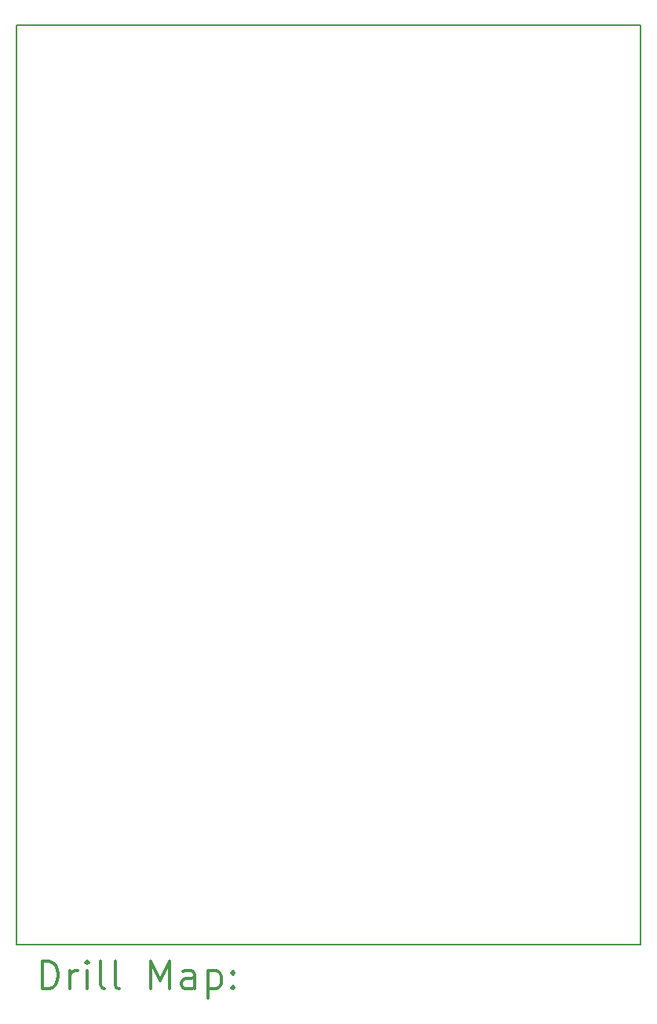
<source format=gbr>
%FSLAX45Y45*%
G04 Gerber Fmt 4.5, Leading zero omitted, Abs format (unit mm)*
G04 Created by KiCad (PCBNEW (5.0.2)-1) date 2019-01-28 20:15:34*
%MOMM*%
%LPD*%
G01*
G04 APERTURE LIST*
%ADD10C,0.200000*%
%ADD11C,0.300000*%
G04 APERTURE END LIST*
D10*
X3492500Y-12382500D02*
X3492500Y-11493500D01*
X10223500Y-12382500D02*
X3492500Y-12382500D01*
X10223500Y-11493500D02*
X10223500Y-12382500D01*
X10223500Y-11493500D02*
X10223500Y-2476500D01*
X3492500Y-2476500D02*
X3492500Y-11493500D01*
X10223500Y-2476500D02*
X3492500Y-2476500D01*
D10*
D11*
X3768928Y-12858214D02*
X3768928Y-12558214D01*
X3840357Y-12558214D01*
X3883214Y-12572500D01*
X3911786Y-12601071D01*
X3926071Y-12629643D01*
X3940357Y-12686786D01*
X3940357Y-12729643D01*
X3926071Y-12786786D01*
X3911786Y-12815357D01*
X3883214Y-12843929D01*
X3840357Y-12858214D01*
X3768928Y-12858214D01*
X4068928Y-12858214D02*
X4068928Y-12658214D01*
X4068928Y-12715357D02*
X4083214Y-12686786D01*
X4097500Y-12672500D01*
X4126071Y-12658214D01*
X4154643Y-12658214D01*
X4254643Y-12858214D02*
X4254643Y-12658214D01*
X4254643Y-12558214D02*
X4240357Y-12572500D01*
X4254643Y-12586786D01*
X4268928Y-12572500D01*
X4254643Y-12558214D01*
X4254643Y-12586786D01*
X4440357Y-12858214D02*
X4411786Y-12843929D01*
X4397500Y-12815357D01*
X4397500Y-12558214D01*
X4597500Y-12858214D02*
X4568928Y-12843929D01*
X4554643Y-12815357D01*
X4554643Y-12558214D01*
X4940357Y-12858214D02*
X4940357Y-12558214D01*
X5040357Y-12772500D01*
X5140357Y-12558214D01*
X5140357Y-12858214D01*
X5411786Y-12858214D02*
X5411786Y-12701071D01*
X5397500Y-12672500D01*
X5368928Y-12658214D01*
X5311786Y-12658214D01*
X5283214Y-12672500D01*
X5411786Y-12843929D02*
X5383214Y-12858214D01*
X5311786Y-12858214D01*
X5283214Y-12843929D01*
X5268928Y-12815357D01*
X5268928Y-12786786D01*
X5283214Y-12758214D01*
X5311786Y-12743929D01*
X5383214Y-12743929D01*
X5411786Y-12729643D01*
X5554643Y-12658214D02*
X5554643Y-12958214D01*
X5554643Y-12672500D02*
X5583214Y-12658214D01*
X5640357Y-12658214D01*
X5668928Y-12672500D01*
X5683214Y-12686786D01*
X5697500Y-12715357D01*
X5697500Y-12801071D01*
X5683214Y-12829643D01*
X5668928Y-12843929D01*
X5640357Y-12858214D01*
X5583214Y-12858214D01*
X5554643Y-12843929D01*
X5826071Y-12829643D02*
X5840357Y-12843929D01*
X5826071Y-12858214D01*
X5811786Y-12843929D01*
X5826071Y-12829643D01*
X5826071Y-12858214D01*
X5826071Y-12672500D02*
X5840357Y-12686786D01*
X5826071Y-12701071D01*
X5811786Y-12686786D01*
X5826071Y-12672500D01*
X5826071Y-12701071D01*
M02*

</source>
